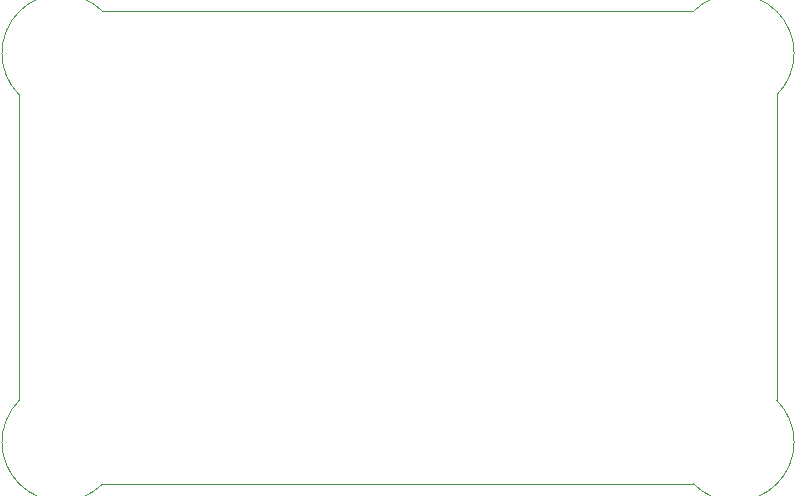
<source format=gm1>
%TF.GenerationSoftware,KiCad,Pcbnew,9.0.1+1*%
%TF.CreationDate,2026-01-02T04:35:09+00:00*%
%TF.ProjectId,WALKIN_PIR_IF,57414c4b-494e-45f5-9049-525f49462e6b,A*%
%TF.SameCoordinates,Original*%
%TF.FileFunction,Profile,NP*%
%FSLAX46Y46*%
G04 Gerber Fmt 4.6, Leading zero omitted, Abs format (unit mm)*
G04 Created by KiCad (PCBNEW 9.0.1+1) date 2026-01-02 04:35:09*
%MOMM*%
%LPD*%
G01*
G04 APERTURE LIST*
%TA.AperFunction,Profile*%
%ADD10C,0.050000*%
%TD*%
G04 APERTURE END LIST*
D10*
X129991067Y-117421101D02*
G75*
G02*
X122919935Y-110349969I-3535533J3535599D01*
G01*
X187061068Y-110350034D02*
G75*
G02*
X179990001Y-117421101I-3535533J-3535534D01*
G01*
X179990000Y-117421101D02*
X129990000Y-117421101D01*
X187061069Y-84492168D02*
X187061069Y-110350034D01*
X179990001Y-77421101D02*
G75*
G02*
X187061069Y-84492169I3535534J-3535534D01*
G01*
X179990000Y-77421101D02*
X129990000Y-77421101D01*
X122919871Y-84492168D02*
X122919871Y-110350034D01*
X122920000Y-84492168D02*
G75*
G02*
X129991067Y-77421101I3535534J3535533D01*
G01*
M02*

</source>
